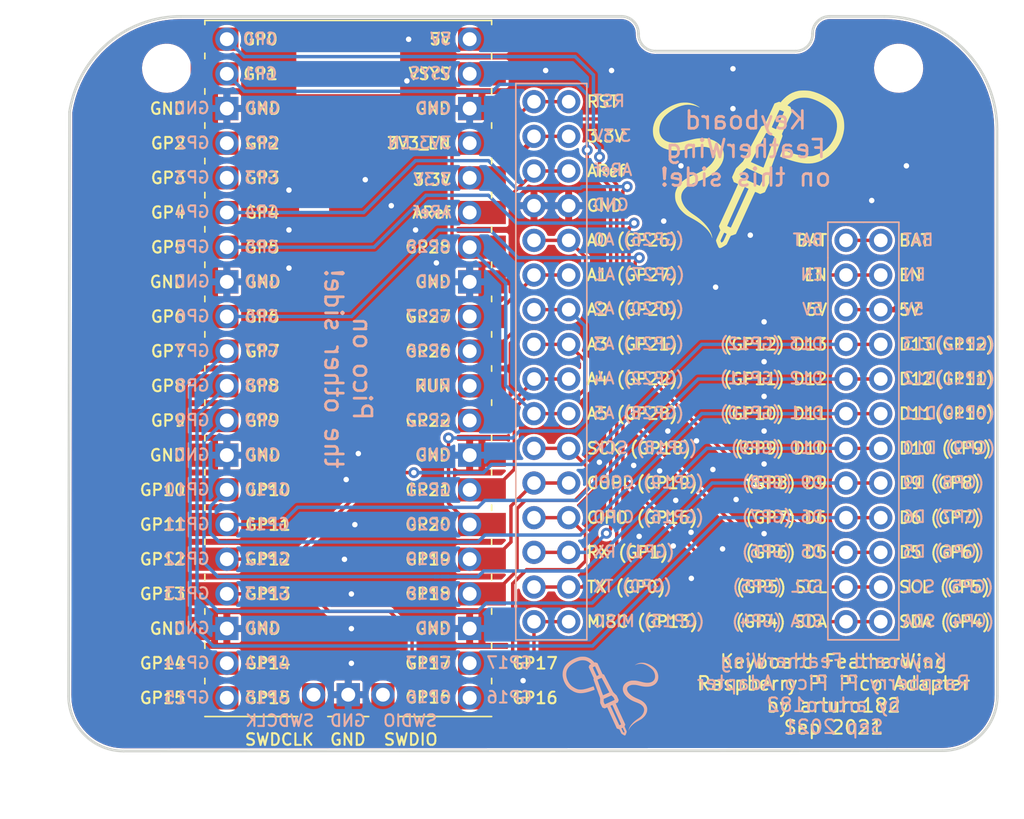
<source format=kicad_pcb>
(kicad_pcb (version 20221018) (generator pcbnew)
  (layers (0 "F.Cu" signal) (31 "B.Cu" signal) (34 "B.Paste" user) (35 "F.Paste" user) (36 "B.SilkS" user "B.Silkscreen") (37 "F.SilkS" user "F.Silkscreen") (38 "B.Mask" user) (39 "F.Mask" user) (44 "Edge.Cuts" user))
  (net 0 "")
  (net 1 "GND")
  (net 2 "+3V3")
  (net 3 "/ARef")
  (net 5 "/A0")
  (net 6 "/A1")
  (net 7 "/A2")
  (net 8 "/A3")
  (net 9 "/SCK")
  (net 10 "/A4")
  (net 11 "/A5")
  (net 12 "/COPI")
  (net 13 "/CIPO")
  (net 14 "/RX")
  (net 15 "/EN")
  (net 16 "/TX")
  (net 17 "/MISC")
  (net 18 "/D13")
  (net 19 "/D12")
  (net 20 "/D11")
  (net 21 "/D10")
  (net 22 "/D9")
  (net 23 "/D6")
  (net 24 "/D5")
  (net 25 "/SCL")
  (net 26 "/SDA")
  (net 29 "/~{RESET}")
  (net 30 "+5V")
  (net 36 "/BAT")
  (footprint "MountingHole_Extra:MountingHole_3.2mm_M3_with_paste" (layer "F.Cu") (at 165.8 50)
    (fp_text reference "REF**" hide)
    (fp_text value "MountingHole_3.2mm_M3_with_paste" hide)
  )
  (footprint "Connector_PinHeader_2.54mm:PinHeader_2x16_P2.54mm_Vertical" (layer "F.Cu") (at 139.1 52.45)
    (fp_text reference "J2" hide)
    (fp_text value "Conn_Left")
  )
  (footprint "MountingHole_Extra:MountingHole_3.2mm_M3_with_paste" (layer "F.Cu") (at 112.2 50)
    (fp_text reference "REF**" hide)
    (fp_text value "MountingHole_3.2mm_M3_with_paste" hide)
  )
  (footprint "Connector_PinHeader_2.54mm:PinHeader_2x12_P2.54mm_Vertical" (layer "F.Cu") (at 161.95 62.61)
    (fp_text reference "J3" hide)
    (fp_text value "Conn_Right")
  )
  (footprint "Symbols_Extra:SolderParty-New-Logo_15x12.7mm_SilkScreen" (layer "F.Cu") (at 155.293522 56.920288)
    (fp_text reference "G***" hide)
    (fp_text value "LOGO" hide)
  )
  (footprint "Module_Extra:RaspberryPi_Pico" (layer "F.Cu") (at 125.5 72)
    (fp_text reference "U1" hide)
    (fp_text value "RaspberryPi_Pico")
  )
  (footprint "Symbols_Extra:SolderParty-New-Logo_7.5x6.4mm_SilkScreen" (layer "B.Cu") (at 144.459739 95.758144 180)
    (fp_text reference "G***" hide)
    (fp_text value "LOGO" hide)
  )
  (gr_arc (start 145.5 46.200001) (mid 146.383883 46.566117) (end 146.749999 47.45) (stroke (width 0.2)) (layer "Edge.Cuts"))
  (gr_arc (start 105.095033 53.201396) (mid 107.875918 48.190468) (end 113.25 46.2) (stroke (width 0.2)) (layer "Edge.Cuts"))
  (gr_line (start 105.025 96) (end 105.095033 53.201396) (stroke (width 0.2)) (layer "Edge.Cuts"))
  (gr_line (start 148 48.75) (end 158.25 48.749999) (stroke (width 0.2)) (layer "Edge.Cuts"))
  (gr_arc (start 173.025 95.975) (mid 171.846105 98.821105) (end 169 100) (stroke (width 0.2)) (layer "Edge.Cuts"))
  (gr_arc (start 159.500001 47.449999) (mid 159.866117 46.566116) (end 160.75 46.2) (stroke (width 0.2)) (layer "Edge.Cuts"))
  (gr_line (start 146.749999 47.45) (end 146.749999 47.5) (stroke (width 0.2)) (layer "Edge.Cuts"))
  (gr_line (start 113.25 46.2) (end 145.5 46.200001) (stroke (width 0.2)) (layer "Edge.Cuts"))
  (gr_arc (start 159.499999 47.5) (mid 159.133883 48.383883) (end 158.25 48.749999) (stroke (width 0.2)) (layer "Edge.Cuts"))
  (gr_line (start 169 100) (end 109.05 100.025) (stroke (width 0.2)) (layer "Edge.Cuts"))
  (gr_arc (start 148 48.75) (mid 147.116117 48.383883) (end 146.75 47.5) (stroke (width 0.2)) (layer "Edge.Cuts"))
  (gr_line (start 160.75 46.2) (end 164.75 46.2) (stroke (width 0.2)) (layer "Edge.Cuts"))
  (gr_line (start 173 54.45) (end 173.025 95.975) (stroke (width 0.2)) (layer "Edge.Cuts"))
  (gr_line (start 159.499999 47.5) (end 159.500001 47.449999) (stroke (width 0.2)) (layer "Edge.Cuts"))
  (gr_arc (start 109.05 100.025) (mid 106.203895 98.846105) (end 105.025 96) (stroke (width 0.2)) (layer "Edge.Cuts"))
  (gr_arc (start 164.75 46.2) (mid 170.583631 48.616369) (end 173 54.45) (stroke (width 0.2)) (layer "Edge.Cuts"))
  (gr_text "(GP27) A1" (at 150.230952 65.1) (layer "B.SilkS") (effects (font (size 0.85 0.85)) (justify left mirror)))
  (gr_text "(GP26) A0" (at 150.180952 62.55) (layer "B.SilkS") (effects (font (size 0.85 0.85)) (justify left mirror)))
  (gr_text "D13 (GP12)" (at 152.614047 70.19) (layer "B.SilkS") (effects (font (size 0.85 0.85)) (justify right mirror)))
  (gr_text "3.3V" (at 146.295238 54.941) (layer "B.SilkS") (effects (font (size 0.85 0.85)) (justify left mirror)))
  (gr_text "GP4" (at 112.730952 60.51525) (layer "B.SilkS") (effects (font (size 0.85 0.85)) (justify right mirror)))
  (gr_text "GP3" (at 112.730952 58.00425) (layer "B.SilkS") (effects (font (size 0.85 0.85)) (justify right mirror)))
  (gr_text "(GP8) D9" (at 172.161905 80.35) (layer "B.SilkS") (effects (font (size 0.85 0.85)) (justify left mirror)))
  (gr_text "RST" (at 145.85 52.4) (layer "B.SilkS") (effects (font (size 0.85 0.85)) (justify left mirror)))
  (gr_text "GND" (at 146.133333 60) (layer "B.SilkS") (effects (font (size 0.85 0.85)) (justify left mirror)))
  (gr_text "D5 (GP6)" (at 154.233095 85.409) (layer "B.SilkS") (effects (font (size 0.85 0.85)) (justify right mirror)))
  (gr_text "GP28" (at 129.626952 63.06525) (layer "B.SilkS") (effects (font (size 0.85 0.85)) (justify right mirror)))
  (gr_text "Keyboard FeatherWing\nRaspberry Pi Pico Adapter\nby arturo182\nSep 2021" (at 161.036 95.8375) (layer "B.SilkS") (effects (font (size 1 1)) (justify mirror)))
  (gr_text "D10 (GP9)" (at 153.423571 77.809) (layer "B.SilkS") (effects (font (size 0.85 0.85)) (justify right mirror)))
  (gr_text "(GP12)" (at 172.95 70.192125) (layer "B.SilkS") (effects (font (size 0.825 0.825)) (justify left mirror)))
  (gr_text "5V" (at 167.75 67.65) (layer "B.SilkS") (effects (font (size 0.85 0.85)) (justify left mirror)))
  (gr_text "GP18" (at 129.626952 88.48425) (layer "B.SilkS") (effects (font (size 0.85 0.85)) (justify right mirror)))
  (gr_text "GP10" (at 121.319048 80.86425) (layer "B.SilkS") (effects (font (size 0.85 0.85)) (justify left mirror)))
  (gr_text "(GP10)" (at 172.95 75.211125) (layer "B.SilkS") (effects (font (size 0.825 0.825)) (justify left mirror)))
  (gr_text "GP9" (at 120.509524 75.78425) (layer "B.SilkS") (effects (font (size 0.85 0.85)) (justify left mirror)))
  (gr_text "GP8" (at 120.515524 73.24425) (layer "B.SilkS") (effects (font (size 0.85 0.85)) (justify left mirror)))
  (gr_text "D6 (GP7)" (at 154.233095 82.859) (layer "B.SilkS") (effects (font (size 0.85 0.85)) (justify right mirror)))
  (gr_text "(GP0) TX" (at 149.290476 87.95) (layer "B.SilkS") (effects (font (size 0.85 0.85)) (justify left mirror)))
  (gr_text "(GP13) MISC" (at 151.678571 90.5) (layer "B.SilkS") (effects (font (size 0.85 0.85)) (justify left mirror)))
  (gr_text "GP14" (at 111.921428 93.56425) (layer "B.SilkS") (effects (font (size 0.85 0.85)) (justify right mirror)))
  (gr_text "GP1" (at 120.388524 50.38425) (layer "B.SilkS") (effects (font (size 0.85 0.85)) (justify left mirror)))
  (gr_text "Pico on\nthe other side!" (at 125.476 72.009 -90) (layer "B.SilkS") (effects (font (size 1.3 1.3) (thickness 0.2)) (justify mirror)))
  (gr_text "GP8" (at 112.730952 73.24425) (layer "B.SilkS") (effects (font (size 0.85 0.85)) (justify right mirror)))
  (gr_text "GP5" (at 120.509524 63.08425) (layer "B.SilkS") (effects (font (size 0.85 0.85)) (justify left mirror)))
  (gr_text "ARef" (at 130.153143 60.54425) (layer "B.SilkS") (effects (font (size 0.85 0.85)) (justify right mirror)))
  (gr_text "(GP22) A4" (at 150.180952 72.721) (layer "B.SilkS") (effects (font (size 0.85 0.85)) (justify left mirror)))
  (gr_text "GP3" (at 120.509524 58.00425) (layer "B.SilkS") (effects (font (size 0.85 0.85)) (justify left mirror)))
  (gr_text "GND" (at 112.65 91.01525) (layer "B.SilkS") (effects (font (size 0.85 0.85)) (justify right mirror)))
  (gr_text "GND" (at 120.590476 65.61525) (layer "B.SilkS") (effects (font (size 0.85 0.85)) (justify left mirror)))
  (gr_text "GP22" (at 129.626952 75.78425) (layer "B.SilkS") (effects (font (size 0.85 0.85)) (justify right mirror)))
  (gr_text "(GP4) SDA" (at 172.890476 90.509) (layer "B.SilkS") (effects (font (size 0.85 0.85)) (justify left mirror)))
  (gr_text "(GP1) RX" (at 149.492857 85.421) (layer "B.SilkS") (effects (font (size 0.85 0.85)) (justify left mirror)))
  (gr_text "(GP28) A5" (at 150.180952 75.261) (layer "B.SilkS") (effects (font (size 0.85 0.85)) (justify left mirror)))
  (gr_text "GND" (at 130.355524 52.92425) (layer "B.SilkS") (effects (font (size 0.85 0.85)) (justify right mirror)))
  (gr_text "5V" (at 158.65 67.65) (layer "B.SilkS") (effects (font (size 0.85 0.85)) (justify right mirror)))
  (gr_text "(GP11)" (at 172.95 72.711125) (layer "B.SilkS") (effects (font (size 0.825 0.825)) (justify left mirror)))
  (gr_text "GP15" (at 121.319048 96.10425) (layer "B.SilkS") (effects (font (size 0.85 0.85)) (justify left mirror)))
  (gr_text "GP6" (at 112.730952 68.16425) (layer "B.SilkS") (effects (font (size 0.85 0.85)) (justify right mirror)))
  (gr_text "GND" (at 125.476 97.8) (layer "B.SilkS") (effects (font (size 0.85 0.85)) (justify mirror)))
  (gr_text "GND" (at 112.665 65.61525) (layer "B.SilkS") (effects (font (size 0.85 0.85)) (justify right mirror)))
  (gr_text "5V" (at 131.407905 47.84425) (layer "B.SilkS") (effects (font (size 0.85 0.85)) (justify right mirror)))
  (gr_text "D11 (GP10)" (at 152.614047 75.259) (layer "B.SilkS") (effects (font (size 0.85 0.85)) (justify right mirror)))
  (gr_text "GP4" (at 120.509524 60.51525) (layer "B.SilkS") (effects (font (size 0.85 0.85)) (justify left mirror)))
  (gr_text "GP13" (at 121.319048 88.48425) (layer "B.SilkS") (effects (font (size 0.85 0.85)) (justify left mirror)))
  (gr_text "GP13" (at 111.921428 88.48425) (layer "B.SilkS") (effects (font (size 0.85 0.85)) (justify right mirror)))
  (gr_text "SDA (GP4)" (at 153.504524 90.509) (layer "B.SilkS") (effects (font (size 0.85 0.85)) (justify right mirror)))
  (gr_text "(GP6) D5" (at 172.161905 85.409) (layer "B.SilkS") (effects (font (size 0.85 0.85)) (justify left mirror)))
  (gr_text "GND" (at 130.355524 91.02425) (layer "B.SilkS") (effects (font (size 0.85 0.85)) (justify right mirror)))
  (gr_text "(GP21) A3" (at 150.180952 70.181) (layer "B.SilkS") (effects (font (size 0.85 0.85)) (justify left mirror)))
  (gr_text "(GP18) SCK" (at 151.152381 77.8) (layer "B.SilkS") (effects (font (size 0.85 0.85)) (justify left mirror)))
  (gr_text "GP16" (at 139.05 96.09) (layer "B.SilkS") (effects (font (size 0.85 0.85)) (justify left mirror)))
  (gr_text "GP17" (at 139.05 93.55) (layer "B.SilkS") (effects (font (size 0.85 0.85)) (justify left mirror)))
  (gr_text "GP9" (at 112.730952 75.78425) (layer "B.SilkS") (effects (font (size 0.85 0.85)) (justify right mirror)))
  (gr_text "GP21" (at 129.626952 80.86425) (layer "B.SilkS") (effects (font (size 0.85 0.85)) (justify right mirror)))
  (gr_text "(GP19) COPI" (at 151.638095 80.341) (layer "B.SilkS") (effects (font (size 0.85 0.85)) (justify left mirror)))
  (gr_text "GP20" (at 129.626952 83.40425) (layer "B.SilkS") (effects (font (size 0.85 0.85)) (justify right mirror)))
  (gr_text "3V3_EN" (at 128.291238 55.46425) (layer "B.SilkS") (effects (font (size 0.85 0.85)) (justify right mirror)))
  (gr_text "GP7" (at 120.509524 70.70425) (layer "B.SilkS") (effects (font (size 0.85 0.85)) (justify left mirror)))
  (gr_text "(GP7) D6" (at 172.161905 82.859) (layer "B.SilkS") (effects (font (size 0.85 0.85)) (justify left mirror)))
  (gr_text "GND" (at 112.65 52.91525) (layer "B.SilkS") (effects (font (size 0.85 0.85)) (justify right mirror)))
  (gr_text "GP26" (at 129.626952 70.70425) (layer "B.SilkS") (effects (font (size 0.85 0.85)) (justify right mirror)))
  (gr_text "(GP5) SCL" (at 172.85 87.97) (layer "B.SilkS") (effects (font (size 0.85 0.85)) (justify left mirror)))
  (gr_text "VSYS" (at 129.86981 50.36525) (layer "B.SilkS") (effects (font (size 0.85 0.85)) (justify right mirror)))
  (gr_text "D12" (at 168.680953 72.709) (layer "B.SilkS") (effects (font (size 0.85 0.85)) (justify left mirror)))
  (gr_text "D13" (at 168.680953 70.19) (layer "B.SilkS") (effects (font (size 0.85 0.85)) (justify left mirror)))
  (gr_text "GP2" (at 112.730952 55.46425) (layer "B.SilkS") (effects (font (size 0.85 0.85)) (justify right mirror)))
  (gr_text "GP16" (at 129.630952 96.06525) (layer "B.SilkS") (effects (font (size 0.85 0.85)) (justify right mirror)))
  (gr_text "D12 (GP11)" (at 152.614047 72.709) (layer "B.SilkS") (effects (font (size 0.85 0.85)) (justify right mirror)))
  (gr_text "RUN" (at 130.315048 73.24425) (layer "B.SilkS") (effects (font (size 0.85 0.85)) (justify right mirror)))
  (gr_text "EN" (at 158.523571 65.109) (layer "B.SilkS") (effects (font (size 0.85 0.85)) (justify right mirror)))
  (gr_text "GP12" (at 111.921428 85.94425) (layer "B.SilkS") (effects (font (size 0.85 0.85)) (justify right mirror)))
  (gr_text "GP11" (at 111.921428 83.40425) (layer "B.SilkS") (effects (font (size 0.85 0.85)) (justify right mirror)))
  (gr_text "SCL (GP5)" (at 153.545 87.97) (layer "B.SilkS") (effects (font (size 0.85 0.85)) (justify right mirror)))
  (gr_text "GP17" (at 129.626952 93.56425) (layer "B.SilkS") (effects (font (size 0.85 0.85)) (justify right mirror)))
  (gr_text "GP5" (at 112.730952 63.08425) (layer "B.SilkS") (effects (font (size 0.85 0.85)) (justify right mirror)))
  (gr_text "GP10" (at 111.921428 80.86425) (layer "B.SilkS") (effects (font (size 0.85 0.85)) (justify right mirror)))
  (gr_text "GP19" (at 129.626952 85.94425) (layer "B.SilkS") (effects (font (size 0.85 0.85)) (justify right mirror)))
  (gr_text "GND" (at 130.355524 65.62425) (layer "B.SilkS") (effects (font (size 0.85 0.85)) (justify right mirror)))
  (gr_text "(GP9) D10" (at 172.971429 77.809) (layer "B.SilkS") (effects (font (size 0.85 0.85)) (justify left mirror)))
  (gr_text "GP27" (at 129.626952 68.16425) (layer "B.SilkS") (effects (font (size 0.85 0.85)) (justify right mirror)))
  (gr_text "GP7" (at 112.730952 70.70425) (layer "B.SilkS") (effects (font (size 0.85 0.85)) (justify right mirror)))
  (gr_text "SWDIO" (at 132.09219 97.8) (layer "B.SilkS") (effects (font (size 0.85 0.85)) (justify left mirror)))
  (gr_text "BAT" (at 157.956905 62.57) (layer "B.SilkS") (effects (font (size 0.85 0.85)) (justify right mirror)))
  (gr_text "(GP16) CIPO" (at 151.638095 82.881) (layer "B.SilkS") (effects (font (size 0.85 0.85)) (justify left mirror)))
  (gr_text "GND" (at 120.590476 52.91525) (layer "B.SilkS") (effects (font (size 0.85 0.85)) (justify left mirror)))
  (gr_text "(GP20) A2" (at 150.180952 67.6) (layer "B.SilkS") (effects (font (size 0.85 0.85)) (justify left mirror)))
  (gr_text "GP12" (at 121.319048 85.94425) (layer "B.SilkS") (effects (font (size 0.85 0.85)) (justify left mirror)))
  (gr_text "GP2" (at 120.509524 55.46425) (layer "B.SilkS") (effects (font (size 0.85 0.85)) (justify left mirror)))
  (gr_text "D9 (GP8)" (at 154.233095 80.35) (layer "B.SilkS") (effects (font (size 0.85 0.85)) (justify right mirror)))
  (gr_text "GND" (at 120.590476 78.31525) (layer "B.SilkS") (effects (font (size 0.85 0.85)) (justify left mirror)))
  (gr_text "GP14" (at 121.319048 93.56425) (layer "B.SilkS") (effects (font (size 0.85 0.85)) (justify left mirror)))
  (gr_text "GND" (at 120.590476 91.01525) (layer "B.SilkS") (effects (font (size 0.85 0.85)) (justify left mirror)))
  (gr_text "Keyboard\nFeatherWing\non this side!" (at 154.6 55.9) (layer "B.SilkS") (effects (font (size 1.3 1.3) (thickness 0.2)) (justify mirror)))
  (gr_text "GP0" (at 120.388524 47.84425) (layer "B.SilkS") (effects (font (size 0.85 0.85)) (justify left mirror)))
  (gr_text "EN" (at 167.871429 65.109) (layer "B.SilkS") (effects (font (size 0.85 0.85)) (justify left mirror)))
  (gr_text "GP11" (at 121.319048 83.40425) (layer "B.SilkS") (effects (font (size 0.85 0.85)) (justify left mirror)))
  (gr_text "GP15" (at 111.921428 96.10425) (layer "B.SilkS") (effects (font (size 0.85 0.85)) (justify right mirror)))
  (gr_text "3.3V" (at 130.193619 58.13125) (layer "B.SilkS") (effects (font (size 0.85 0.85)) (justify right mirror)))
  (gr_text "GND" (at 130.355524 78.31525) (layer "B.SilkS") (effects (font (size 0.85 0.85)) (justify right mirror)))
  (gr_text "SWDCLK" (at 117.880952 97.8) (layer "B.SilkS") (effects (font (size 0.85 0.85)) (justify right mirror)))
  (gr_text "BAT" (at 168.438095 62.57) (layer "B.SilkS") (effects (font (size 0.85 0.85)) (justify left mirror)))
  (gr_text "GND" (at 112.65 78.31525) (layer "B.SilkS") (effects (font (size 0.85 0.85)) (justify right mirror)))
  (gr_text "GP6" (at 120.509524 68.16425) (layer "B.SilkS") (effects (font (size 0.85 0.85)) (justify left mirror)))
  (gr_text "D11" (at 168.680953 75.27) (layer "B.SilkS") (effects (font (size 0.85 0.85)) (justify left mirror)))
  (gr_text "ARef" (at 146.385714 57.45) (layer "B.SilkS") (effects (font (size 0.85 0.85)) (justify left mirror)))
  (gr_text "GP27" (at 133.096 68.199) (layer "F.SilkS") (effects (font (size 0.85 0.85)) (justify right)))
  (gr_text "GND" (at 113.665 91.059) (layer "F.SilkS") (effects (font (size 0.85 0.85)) (justify right)))
  (gr_text "EN" (at 160.655 65.151) (layer "F.SilkS") (effects (font (size 0.85 0.85)) (justify right)))
  (gr_text "GP11" (at 113.665 83.439) (layer "F.SilkS") (effects (font (size 0.85 0.85)) (justify right)))
  (gr_text "GP9" (at 117.856 75.819) (layer "F.SilkS") (effects (font (size 0.85 0.85)) (justify left)))
  (gr_text "(GP12) D13" (at 160.655 70.231) (layer "F.SilkS") (effects (font (size 0.85 0.85)) (justify right)))
  (gr_text "3V3_EN" (at 133.096 55.499) (layer "F.SilkS") (effects (font (size 0.85 0.85)) (justify right)))
  (gr_text "GP16" (at 137.414 96.139) (layer "F.SilkS") (effects (font (size 0.85 0.85)) (justify left)))
  (gr_text "SCK (GP18)" (at 142.875 77.851) (layer "F.SilkS") (effects (font (size 0.85 0.85)) (justify left)))
  (gr_text "GP20" (at 133.096 83.439) (layer "F.SilkS") (effects (font (size 0.85 0.85)) (justify right)))
  (gr_text "GP10" (at 117.856 80.899) (layer "F.SilkS") (effects (font (size 0.85 0.85)) (justify left)))
  (gr_text "RUN" (at 133.096 73.279) (layer "F.SilkS") (effects (font (size 0.85 0.85)) (justify right)))
  (gr_text "5V" (at 165.735 67.691) (layer "F.SilkS") (effects (font (size 0.85 0.85)) (justify left)))
  (gr_text "GP13" (at 113.665 88.519) (layer "F.SilkS") (effects (font (size 0.85 0.85)) (justify right)))
  (gr_text "(GP5) SCL" (at 160.655 88.011) (layer "F.SilkS") (effects (font (size 0.85 0.85)) (justify right)))
  (gr_text "GP12" (at 117.856 85.979) (layer "F.SilkS") (effects (font (size 0.85 0.85)) (justify left)))
  (gr_text "GP4" (at 117.856 60.579) (layer "F.SilkS") (effects (font (size 0.85 0.85)) (justify left)))
  (gr_text "GP3" (at 113.665 58.039) (layer "F.SilkS") (effects (font (size 0.85 0.85)) (justify right)))
  (gr_text "D9 (GP8)" (at 165.735 80.391) (layer "F.SilkS") (effects (font (size 0.85 0.85)) (justify left)))
  (gr_text "D12" (at 165.735 72.771) (layer "F.SilkS") (effects (font (size 0.85 0.85)) (justify left)))
  (gr_text "GP26" (at 133.096 70.739) (layer "F.SilkS") (effects (font (size 0.85 0.85)) (justify right)))
  (gr_text "(GP10)" (at 168.35 75.3) (layer "F.SilkS") (effects (font (size 0.825 0.825)) (justify left)))
  (gr_text "COPI (GP19)" (at 142.875 80.391) (layer "F.SilkS") (effects (font (size 0.85 0.85)) (justify left)))
  (gr_text "GP4" (at 113.665 60.579) (layer "F.SilkS") (effects (font (size 0.85 0.85)) (justify right)))
  (gr_text "GP16" (at 133.1 96.1) (layer "F.SilkS") (effects (font (size 0.85 0.85)) (justify right)))
  (gr_text "(GP11)" (at 168.35 72.771) (layer "F.SilkS") (effects (font (size 0.825 0.825)) (justify left)))
  (gr_text "(GP4) SDA" (at 160.655 90.551) (layer "F.SilkS") (effects (font (size 0.85 0.85)) (justify right)))
  (gr_text "GP6" (at 113.665 68.199) (layer "F.SilkS") (effects (font (size 0.85 0.85)) (justify right)))
  (gr_text "5V" (at 133.096 47.879) (layer "F.SilkS") (effects (font (size 0.85 0.85)) (justify right)))
  (gr_text "GP9" (at 113.665 75.819) (layer "F.SilkS") (effects (font (size 0.85 0.85)) (justify right)))
  (gr_text "A0 (GP26)" (at 142.875 62.611) (layer "F.SilkS") (effects (font (size 0.85 0.85)) (justify left)))
  (gr_text "GP1" (at 117.729 50.419) (layer "F.SilkS") (effects (font (size 0.85 0.85)) (justify left)))
  (gr_text "GP28" (at 133.096 63.119) (layer "F.SilkS") (effects (font (size 0.85 0.85)) (justify right)))
  (gr_text "GND" (at 113.665 52.959) (layer "F.SilkS") (effects (font (size 0.85 0.85)) (justify right)))
  (gr_text "GP2" (at 117.856 55.499) (layer "F.SilkS") (effects (font (size 0.85 0.85)) (justify left)))
  (gr_text "(GP6) D5" (at 160.655 85.471) (layer "F.SilkS") (effects (font (size 0.85 0.85)) (justify right)))
  (gr_text "ARef" (at 142.9 57.531) (layer "F.SilkS") (effects (font (size 0.85 0.85)) (justify left)))
  (gr_text "GP7" (at 117.856 70.739) (layer "F.SilkS") (effects (font (size 0.85 0.85)) (justify left)))
  (gr_text "GND" (at 142.875 60.071) (layer "F.SilkS") (effects (font (size 0.85 0.85)) (justify left)))
  (gr_text "GP2" (at 113.665 55.499) (layer "F.SilkS") (effects (font (size 0.85 0.85)) (justify right)))
  (gr_text "GND" (at 117.856 52.959) (layer "F.SilkS") (effects (font (size 0.85 0.85)) (justify left)))
  (gr_text "GND" (at 117.856 91.059) (layer "F.SilkS") (effects (font (size 0.85 0.85)) (justify left)))
  (gr_text "GP5" (at 117.856 63.119) (layer "F.SilkS") (effects (font (size 0.85 0.85)) (justify left)))
  (gr_text "3.3V" (at 142.875 54.991) (layer "F.SilkS") (effects (font (size 0.85 0.85)) (justify left)))
  (gr_text "GP13" (at 117.856 88.519) (layer "F.SilkS") (effects (font (size 0.85 0.85)) (justify left)))
  (gr_text "GND" (at 133.096 52.959) (layer "F.SilkS") (effects (font (size 0.85 0.85)) (justify right)))
  (gr_text "BAT" (at 165.735 62.611) (layer "F.SilkS") (effects (font (size 0.85 0.85)) (justify left)))
  (gr_text "GP19" (at 133.096 85.979) (layer "F.SilkS") (effects (font (size 0.85 0.85)) (justify right)))
  (gr_text "A4 (GP22)" (at 142.875 72.771) (layer "F.SilkS") (effects (font (size 0.85 0.85)) (justify left)))
  (gr_text "SWDIO" (at 128.016 99.187) (layer "F.SilkS") (effects (font (size 0.85 0.85)) (justify left)))
  (gr_text "GP8" (at 117.856 73.279) (layer "F.SilkS") (effects (font (size 0.85 0.85)) (justify left)))
  (gr_text "RX (GP1)" (at 142.875 85.471) (layer "F.SilkS") (effects (font (size 0.85 0.85)) (justify left)))
  (gr_text "EN" (at 165.735 65.151) (layer "F.SilkS") (effects (font (size 0.85 0.85)) (justify left)))
  (gr_text "SCL (GP5)" (at 165.735 88.011) (layer "F.SilkS") (effects (font (size 0.85 0.85)) (justify left)))
  (gr_text "GP10" (at 113.665 80.899) (layer "F.SilkS") (effects (font (size 0.85 0.85)) (justify right)))
  (gr_text "(GP9) D10" (at 160.655 77.851) (layer "F.SilkS") (effects (font (size 0.85 0.85)) (justify right)))
  (gr_text "GND" (at 133.096 78.359) (layer "F.SilkS") (effects (font (size 0.85 0.85)) (justify right)))
  (gr_text "GP17" (at 133.096 93.599) (layer "F.SilkS") (effects (font (size 0.85 0.85)) (justify right)))
  (gr_text "GP11" (at 117.856 83.439) (layer "F.SilkS") (effects (font (size 0.85 0.85)) (justify left)))
  (gr_text "D10 (GP9)" (at 165.735 77.851) (layer "F.SilkS") (effects (font (size 0.85 0.85)) (justify left)))
  (gr_text "GP3" (at 117.856 58.039) (layer "F.SilkS") (effects (font (size 0.85 0.85)) (justify left)))
  (gr_text "GP7" (at 113.665 70.739) (layer "F.SilkS") (effects (font (size 0.85 0.85)) (justify right)))
  (gr_text "(GP7) D6" (at 160.655 82.931) (layer "F.SilkS") (effects (font (size 0.85 0.85)) (justify right)))
  (gr_text "A5 (GP28)" (at 142.875 75.311) (layer "F.SilkS") (effects (font (size 0.85 0.85)) (justify left)))
  (gr_text "SDA (GP4)" (at 165.735 90.551) (layer "F.SilkS") (effects (font (size 0.85 0.85)) (justify left)))
  (gr_text "D11" (at 165.735 75.311) (layer "F.SilkS") (effects (font (size 0.85 0.85)) (justify left)))
  (gr_text "(GP8) D9" (at 160.655 80.391) (layer "F.SilkS") (effects (font (size 0.85 0.85)) (justify right)))
  (gr_text "GND" (at 133.096 91.059) (layer "F.SilkS") (effects (font (size 0.85 0.85)) (justify right)))
  (gr_text "SWDCLK" (at 123.063 99.187) (layer "F.SilkS") (effects (font (size 0.85 0.85)) (justify right)))
  (gr_text "D6 (GP7)" (at 165.735 82.931) (layer "F.SilkS") (effects (font (size 0.85 0.85)) (justify left)))
  (gr_text "GP14" (at 113.665 93.599) (layer "F.SilkS") (effects (font (size 0.85 0.85)) (justify right)))
  (gr_text "BAT" (at 160.655 62.611) (layer "F.SilkS") (effects (font (size 0.85 0.85)) (justify right)))
  (gr_text "GND" (at 133.096 65.659) (layer "F.SilkS") (effects (font (size 0.85 0.85)) (justify right)))
  (gr_text "GP15" (at 113.665 96.139) (layer "F.SilkS") (effects (font (size 0.85 0.85)) (justify right)))
  (gr_text "GND" (at 113.665 65.659) (layer "F.SilkS") (effects (font (size 0.85 0.85)) (justify right)))
  (gr_text "A3 (GP21)" (at 142.875 70.231) (layer "F.SilkS") (effects (font (size 0.85 0.85)) (justify left)))
  (gr_text "D13" (at 165.735 70.231) (layer "F.SilkS") (effects (font (size 0.85 0.85)) (justify left)))
  (gr_text "CIPO (GP16)" (at 142.875 82.931) (layer "F.SilkS") (effects (font (size 0.85 0.85)) (justify left)))
  (gr_text "A2 (GP20)" (at 142.875 67.691) (layer "F.SilkS") (effects (font (size 0.85 0.85)) (justify left)))
  (gr_text "GP14" (at 117.856 93.599) (layer "F.SilkS") (effects (font (size 0.85 0.85)) (justify left)))
  (gr_text "GP8" (at 113.665 73.279) (layer "F.SilkS") (effects (font (size 0.85 0.85)) (justify right)))
  (gr_text "GP6" (at 117.856 68.199) (layer "F.SilkS") (effects (font (size 0.85 0.85)) (justify left)))
  (gr_text "Keyboard FeatherWing\nRaspberry Pi Pico Adapter\nby arturo182\nSep 2021" (at 161.036 95.885) (layer "F.SilkS") (effects (font (size 1 1))))
  (gr_text "GP22" (at 133.096 75.819) (layer "F.SilkS") (effects (font (size 0.85 0.85)) (justify right)))
  (gr_text "GP21" (at 133.096 80.899) (layer "F.SilkS") (effects (font (size 0.85 0.85)) (justify right)))
  (gr_text "GND" (at 113.665 78.359) (layer "F.SilkS") (effects (font (size 0.85 0.85)) (justify right)))
  (gr_text "VSYS" (at 133.096 50.419) (layer "F.SilkS") (effects (font (size 0.85 0.85)) (justify right)))
  (gr_text "(GP11) D12" (at 160.655 72.771) (layer "F.SilkS") (effects (font (size 0.85 0.85)) (justify right)))
  (gr_text "ARef" (at 133.096 60.579) (layer "F.SilkS") (effects (font (size 0.85 0.85)) (justify right)))
  (gr_text "TX (GP0)" (at 142.875 88.011) (layer "F.SilkS") (effects (font (size 0.85 0.85)) (justify left)))
  (gr_text "GP18" (at 133.096 88.519) (layer "F.SilkS") (effects (font (size 0.85 0.85)) (justify right)))
  (gr_text "D5 (GP6)" (at 165.735 85.471) (layer "F.SilkS") (effects (font (size 0.85 0.85)) (justify left)))
  (gr_text "3.3V" (at 133.096 58.166) (layer "F.SilkS") (effects (font (size 0.85 0.85)) (justify right)))
  (gr_text "GND" (at 117.856 65.659) (layer "F.SilkS") (effects (font (size 0.85 0.85)) (justify left)))
  (gr_text "(GP12)" (at 168.35 70.231) (layer "F.SilkS") (effects (font (size 0.825 0.825)) (justify left)))
  (gr_text "GP0" (at 117.729 47.879) (layer "F.SilkS") (effects (font (size 0.85 0.85)) (justify left)))
  (gr_text "GP5" (at 113.665 63.119) (layer "F.SilkS") (effects (font (size 0.85 0.85)) (justify right)))
  (gr_text "A1 (GP27)" (at 142.875 65.151) (layer "F.SilkS") (effects (font (size 0.85 0.85)) (justify left)))
  (gr_text "RST" (at 142.875 52.451) (layer "F.SilkS") (effects (font (size 0.85 0.85)) (justify left)))
  (gr_text "GP15" (at 117.856 96.139) (layer "F.SilkS") (effects (font (size 0.85 0.85)) (justify left)))
  (gr_text "GP12" (at 113.665 85.979) (layer "F.SilkS") (effects (font (size 0.85 0.85)) (justify right)))
  (gr_text "(GP10) D11" (at 160.655 75.311) (layer "F.SilkS") (effects (font (size 0.85 0.85)) (justify right)))
  (gr_text "GND" (at 125.476 99.187) (layer "F.SilkS") (effects (font (size 0.85 0.85))))
  (gr_text "5V" (at 160.655 67.691) (layer "F.SilkS") (effects (font (size 0.85 0.85)) (justify right)))
  (gr_text "GND" (at 117.856 78.359) (layer "F.SilkS") (effects (font (size 0.85 0.85)) (justify left)))
  (gr_text "GP17" (at 137.414 93.599) (layer "F.SilkS") (effects (font (size 0.85 0.85)) (justify left)))
  (gr_text "MISC (GP13)" (at 142.875 90.551) (layer "F.SilkS") (effects (font (size 0.85 0.85)) (justify left)))
  (via (at 126.238 78.232) (size 0.8) (drill 0.4) (layers "F.Cu" "B.Cu") (net 1))
  (via (at 125.222 85.979) (size 0.8) (drill 0.4) (layers "F.Cu" "B.Cu") (net 1))
  (via (at 125.73 91.059) (size 0.8) (drill 0.4) (layers "F.Cu" "B.Cu") (net 1))
  (via (at 148.3 79.5) (size 0.8) (drill 0.4) (layers "F.Cu" "B.Cu") (net 1))
  (via (at 152.4 66.04) (size 0.8) (drill 0.4) (layers "F.Cu" "B.Cu") (net 1))
  (via (at 149.3 85) (size 0.8) (drill 0.4) (layers "F.Cu" "B.Cu") (net 1))
  (via (at 163.83 59.69) (size 0.8) (drill 0.4) (layers "F.Cu" "B.Cu") (net 1))
  (via (at 148.9 76.581) (size 0.8) (drill 0.4) (layers "F.Cu" "B.Cu") (net 1))
  (via (at 155.95 68.58) (size 0.8) (drill 0.4) (layers "F.Cu" "B.Cu") (net 1))
  (via (at 146.4 79.1) (size 0.8) (drill 0.4) (layers "F.Cu" "B.Cu") (net 1))
  (via (at 125.349 80.137) (size 0.8) (drill 0.4) (layers "F.Cu" "B.Cu") (net 1))
  (via (at 152.2 79.4) (size 0.8) (drill 0.4) (layers "F.Cu" "B.Cu") (net 1))
  (via (at 139.954 50.165) (size 0.8) (drill 0.4) (layers "F.Cu" "B.Cu") (net 1))
  (via (at 125.73 93.599) (size 0.8) (drill 0.4) (layers "F.Cu" "B.Cu") (net 1))
  (via (at 154.94 62.23) (size 0.8) (drill 0.4) (layers "F.Cu" "B.Cu") (net 1))
  (via (at 155.95 71.5) (size 0.8) (drill 0.4) (layers "F.Cu" "B.Cu") (net 1))
  (via (at 129.794 50.927) (size 0.8) (drill 0.4) (layers "F.Cu" "B.Cu") (net 1))
  (via (at 152.908 85.217) (size 0.8) (drill 0.4) (layers "F.Cu" "B.Cu") (net 1))
  (via (at 126.746 58.166) (size 0.8) (drill 0.4) (layers "F.Cu" "B.Cu") (net 1))
  (via (at 125.73 88.519) (size 0.8) (drill 0.4) (layers "F.Cu" "B.Cu") (net 1))
  (via (at 130.429 61.849) (size 0.8) (drill 0.4) (layers "F.Cu" "B.Cu") (net 1))
  (via (at 149.86 57.15) (size 0.8) (drill 0.4) (layers "F.Cu" "B.Cu") (net 1))
  (via (at 155.95 78.994) (size 0.8) (drill 0.4) (layers "F.Cu" "B.Cu") (net 1))
  (via (at 146.8 84.3) (size 0.8) (drill 0.4) (layers "F.Cu" "B.Cu") (net 1))
  (via (at 150.622 87.376) (size 0.8) (drill 0.4) (layers "F.Cu" "B.Cu") (net 1))
  (via (at 128.651 60.071) (size 0.8) (drill 0.4) (layers "F.Cu" "B.Cu") (net 1))
  (via (at 155.95 74.041) (size 0.8) (drill 0.4) (layers "F.Cu" "B.Cu") (net 1))
  (via (at 166.37 57.15) (size 0.8) (drill 0.4) (layers "F.Cu" "B.Cu") (net 1))
  (via (at 138.303 94.869) (size 0.8) (drill 0.4) (layers "F.Cu" "B.Cu") (net 1))
  (via (at 121.158 58.928) (size 0.8) (drill 0.4) (layers "F.Cu" "B.Cu") (net 1))
  (via (at 121.158 64.643) (size 0.8) (drill 0.4) (layers "F.Cu" "B.Cu") (net 1))
  (via (at 155.95 76.581) (size 0.8) (drill 0.4) (layers "F.Cu" "B.Cu") (net 1))
  (via (at 129.921 47.879) (size 0.8) (drill 0.4) (layers "F.Cu" "B.Cu") (net 1))
  (via (at 131.953 64.262) (size 0.8) (drill 0.4) (layers "F.Cu" "B.Cu") (net 1))
  (via (at 125.984 83.439) (size 0.8) (drill 0.4) (layers "F.Cu" "B.Cu") (net 1))
  (via (at 144.78 50.165) (size 0.8) (drill 0.4) (layers "F.Cu" "B.Cu") (net 1))
  (via (at 153.9 81.6) (size 0.8) (drill 0.4) (layers "F.Cu" "B.Cu") (net 1))
  (via (at 153.67 50.038) (size 0.8) (drill 0.4) (layers "F.Cu" "B.Cu") (net 1))
  (via (at 149.479 81.661) (size 0.8) (drill 0.4) (layers "F.Cu" "B.Cu") (net 1))
  (via (at 121.158 61.849) (size 0.8) (drill 0.4) (layers "F.Cu" "B.Cu") (net 1))
  (via (at 153.67 52.959) (size 0.8) (drill 0.4) (layers "F.Cu" "B.Cu") (net 1))
  (via (at 148.6 61.2) (size 0.8) (drill 0.4) (layers "F.Cu" "B.Cu") (net 1))
  (via (at 155.95 84.1) (size 0.8) (drill 0.4) (layers "F.Cu" "B.Cu") (net 1))
  (via (at 150.6 84) (size 0.8) (drill 0.4) (layers "F.Cu" "B.Cu") (net 1))
  (via (at 151 77.3) (size 0.8) (drill 0.4) (layers "F.Cu" "B.Cu") (net 1))
  (via (at 143.891 78.867) (size 0.8) (drill 0.4) (layers "F.Cu" "B.Cu") (net 1))
  (segment (start 139.1 54.99) (end 141.64 54.99) (width 0.25) (layer "F.Cu") (net 2))
  (segment (start 134.39 58.03) (end 136.28 58.03) (width 0.4) (layer "F.Cu") (net 2))
  (segment (start 139.1 55.21) (end 139.1 54.99) (width 0.4) (layer "F.Cu") (net 2))
  (segment (start 136.28 58.03) (end 139.1 55.21) (width 0.4) (layer "F.Cu") (net 2))
  (segment (start 139.1 57.53) (end 141.64 57.53) (width 0.25) (layer "F.Cu") (net 3))
  (segment (start 134.39 60.57) (end 136.153 60.57) (width 0.25) (layer "F.Cu") (net 3))
  (segment (start 136.153 60.57) (end 139.1 57.623) (width 0.25) (layer "F.Cu") (net 3))
  (segment (start 139.1 57.623) (end 139.1 57.53) (width 0.25) (layer "F.Cu") (net 3))
  (segment (start 137.541 69.342) (end 137.541 67.455424) (width 0.25) (layer "F.Cu") (net 5))
  (segment (start 137.795 67.201424) (end 137.795 67.183) (width 0.25) (layer "F.Cu") (net 5))
  (segment (start 136.153 70.73) (end 137.541 69.342) (width 0.25) (layer "F.Cu") (net 5))
  (segment (start 137.795 67.183) (end 138.557 66.421) (width 0.25) (layer "F.Cu") (net 5))
  (segment (start 139.1 62.61) (end 141.64 62.61) (width 0.25) (layer "F.Cu") (net 5))
  (segment (start 137.541 67.455424) (end 137.795 67.201424) (width 0.25) (layer "F.Cu") (net 5))
  (segment (start 138.557 66.421) (end 142.24 66.421) (width 0.25) (layer "F.Cu") (net 5))
  (segment (start 142.875 63.845) (end 141.64 62.61) (width 0.25) (layer "F.Cu") (net 5))
  (segment (start 142.24 66.421) (end 142.875 65.786) (width 0.25) (layer "F.Cu") (net 5))
  (segment (start 134.39 70.73) (end 136.153 70.73) (width 0.25) (layer "F.Cu") (net 5))
  (segment (start 142.875 65.786) (end 142.875 63.845) (width 0.25) (layer "F.Cu") (net 5))
  (segment (start 139.1 65.26) (end 138.38902 65.97098) (width 0.25) (layer "F.Cu") (net 6))
  (segment (start 139.1 65.15) (end 139.1 65.26) (width 0.25) (layer "F.Cu") (net 6))
  (segment (start 136.17 68.19) (end 134.39 68.19) (width 0.25) (layer "F.Cu") (net 6))
  (segment (start 137.34498 66.996596) (end 137.34498 67.01502) (width 0.25) (layer "F.Cu") (net 6))
  (segment (start 138.370596 65.97098) (end 137.34498 66.996596) (width 0.25) (layer "F.Cu") (net 6))
  (segment (start 138.38902 65.97098) (end 138.370596 65.97098) (width 0.25) (layer "F.Cu") (net 6))
  (segment (start 137.34498 67.01502) (end 136.17 68.19) (width 0.25) (layer "F.Cu") (net 6))
  (segment (start 139.1 65.15) (end 141.64 65.15) (width 0.25) (layer "F.Cu") (net 6))
  (segment (start 132.842 81.882) (end 132.842 80.645) (width 0.25) (layer "F.Cu") (net 7))
  (segment (start 132.842 80.645) (end 132.842 77.089) (width 0.25) (layer "F.Cu") (net 7))
  (segment (start 134.39 83.43) (end 132.842 81.882) (width 0.25) (layer "F.Cu") (net 7))
  (segment (start 139.1 67.69) (end 141.64 67.69) (width 0.25) (layer "F.Cu") (net 7))
  (via (at 132.842 77.089) (size 0.8) (drill 0.4) (layers "F.Cu" "B.Cu") (net 7))
  (segment (start 142.815011 68.865011) (end 142.815011 75.874006) (width 0.25) (layer "B.Cu") (net 7))
  (segment (start 138.049 76.581) (end 137.541 77.089) (width 0.25) (layer "B.Cu") (net 7))
  (segment (start 134.39 83.43) (end 134.39 83.171005) (width 0.25) (layer "B.Cu") (net 7))
  (segment (start 142.108017 76.581) (end 138.938 76.581) (width 0.25) (layer "B.Cu") (net 7))
  (segment (start 142.108017 76.581) (end 138.049 76.581) (width 0.25) (layer "B.Cu") (net 7))
  (segment (start 142.815011 75.874006) (end 142.108017 76.581) (width 0.25) (layer "B.Cu") (net 7))
  (segment (start 137.541 77.089) (end 132.842 77.089) (width 0.25) (layer "B.Cu") (net 7))
  (segment (start 141.64 67.69) (end 142.815011 68.865011) (width 0.25) (layer "B.Cu") (net 7))
  (segment (start 139.1 70.23) (end 141.64 70.23) (width 0.25) (layer "F.Cu") (net 8))
  (segment (start 138.575424 74.041) (end 137.668 74.948424) (width 0.25) (layer "F.Cu") (net 8))
  (segment (start 137.668 79.375) (end 136.153 80.89) (width 0.25) (layer "F.Cu") (net 8))
  (segment (start 142.875 73.4695) (end 142.3035 74.041) (width 0.25) (layer "F.Cu") (net 8))
  (segment (start 141.64 70.23) (end 142.875 71.465) (width 0.25) (layer "F.Cu") (net 8))
  (segment (start 137.668 74.948424) (end 137.668 77.343) (width 0.25) (layer "F.Cu") (net 8))
  (segment (start 136.153 80.89) (end 134.39 80.89) (width 0.25) (layer "F.Cu") (net 8))
  (segment (start 142.3035 74.041) (end 138.575424 74.041) (width 0.25) (layer "F.Cu") (net 8))
  (segment (start 142.875 71.465) (end 142.875 73.4695) (width 0.25) (layer "F.Cu") (net 8))
  (segment (start 137.668 74.948424) (end 137.668 79.375) (width 0.25) (layer "F.Cu") (net 8))
  (segment (start 134.39 88.51) (end 136.153 88.51) (width 0.25) (layer "F.Cu") (net 9))
  (segment (start 139.1 77.85) (end 141.64 77.85) (width 0.25) (layer "F.Cu") (net 9))
  (segment (start 143.129 79.339) (end 141.64 77.85) (width 0.25) (layer "F.Cu") (net 9))
  (segment (start 143.129 80.640017) (end 143.129 79.339) (width 0.25) (layer "F.Cu") (net 9))
  (segment (start 137.86402 86.79898) (end 137.86402 82.262404) (width 0.25) (layer "F.Cu") (net 9))
  (segment (start 136.153 88.51) (end 137.86402 86.79898) (width 0.25) (layer "F.Cu") (net 9))
  (segment (start 137.86402 82.262404) (end 138.465424 81.661) (width 0.25) (layer "F.Cu") (net 9))
  (segment (start 138.465424 81.661) (end 142.108017 81.661) (width 0.25) (layer "F.Cu") (net 9))
  (segment (start 142.108017 81.661) (end 143.129 80.640017) (width 0.25) (layer "F.Cu") (net 9))
  (segment (start 139.1 72.88) (end 139.1 72.77) (width 0.25) (layer "F.Cu") (net 10))
  (segment (start 134.39 75.81) (end 136.17 75.81) (width 0.25) (layer "F.Cu") (net 10))
  (segment (start 139.1 72.77) (end 141.64 72.77) (width 0.25) (layer "F.Cu") (net 10))
  (segment (start 136.17 75.81) (end 139.1 72.88) (width 0.25) (layer "F.Cu") (net 10))
  (segment (start 139.1 75.31) (end 141.64 75.31) (width 0.25) (layer "F.Cu") (net 11))
  (segment (start 139.1 75.31) (end 137.033 73.243) (width 0.25) (layer "B.Cu") (net 11))
  (segment (start 137.033 73.243) (end 137.033 65.753) (width 0.25) (layer "B.Cu") (net 11))
  (segment (start 137.033 65.753) (end 134.39 63.11) (width 0.25) (layer "B.Cu") (net 11))
  (segment (start 134.39 85.97) (end 136.153 85.97) (width 0.25) (layer "F.Cu") (net 12))
  (segment (start 137.414 82.076) (end 139.1 80.39) (width 0.25) (layer "F.Cu") (net 12))
  (segment (start 136.153 85.97) (end 137.414 84.709) (width 0.25) (layer "F.Cu") (net 12))
  (segment (start 137.414 84.709) (end 137.414 82.076) (width 0.25) (layer "F.Cu") (net 12))
  (segment (start 139.1 80.39) (end 141.64 80.39) (width 0.25) (layer "F.Cu") (net 12))
  (segment (start 137.541 87.758424) (end 138.31404 86.985384) (width 0.25) (layer "F.Cu") (net 13))
  (segment (start 139.1 82.93) (end 141.64 82.93) (width 0.25) (layer "F.Cu") (net 13))
  (segment (start 137.541 94.742) (end 137.541 87.758424) (width 0.25) (layer "F.Cu") (net 13))
  (segment (start 138.31404 86.98396) (end 138.557 86.741) (width 0.25) (layer "F.Cu") (net 13))
  (segment (start 134.39 96.13) (end 136.153 96.13) (width 0.25) (layer "F.Cu") (net 13))
  (segment (start 136.153 96.13) (end 137.541 94.742) (width 0.25) (layer "F.Cu") (net 13))
  (segment (start 138.557 86.741) (end 142.24 86.741) (width 0.25) (layer "F.Cu") (net 13))
  (segment (start 142.875 86.106) (end 142.875 84.165) (width 0.25) (layer "F.Cu") (net 13))
  (segment (start 142.875 84.165) (end 141.64 82.93) (width 0.25) (layer "F.Cu") (net 13))
  (segment (start 142.24 86.741) (end 142.875 86.106) (width 0.25) (layer "F.Cu") (net 13))
  (segment (start 138.31404 86.985384) (end 138.31404 86.98396) (width 0.25) (layer "F.Cu") (net 13))
  (segment (start 144.71098 58.71098) (end 144.71098 59.74798) (width 0.25) (layer "F.Cu") (net 14))
  (segment (start 144.71098 62.28798) (end 144.71098 59.74798) (width 0.25) (layer "F.Cu") (net 14))
  (segment (start 144.71098 83.76202) (end 144.71098 59.74798) (width 0.25) (layer "F.Cu") (net 14))
  (segment (start 143 56) (end 143 57) (width 0.25) (layer "F.Cu") (net 14))
  (segment (start 144.399 84.074) (end 144.71098 83.76202) (width 0.25) (layer "F.Cu") (net 14))
  (segment (start 143 57) (end 144.71098 58.71098) (width 0.25) (layer "F.Cu") (net 14))
  (segment (start 139.1 85.47) (end 141.64 85.47) (width 0.25) (layer "F.Cu") (net 14))
  (via (at 143 56) (size 0.8) (drill 0.4) (layers "F.Cu" "B.Cu") (net 14))
  (via (at 144.399 84.074) (size 0.8) (drill 0.4) (layers "F.Cu" "B.Cu") (net 14))
  (segment (start 136.576509 51.181) (end 136.068509 51.689) (width 0.25) (layer "B.Cu") (net 14))
  (segment (start 143.003 85.47) (end 141.64 85.47) (width 0.25) (layer "B.Cu") (net 14))
  (segment (start 117.889 51.689) (end 116.61 50.41) (width 0.25) (layer "B.Cu") (net 14))
  (segment (start 142.24 51.181) (end 136.576509 51.181) (width 0.25) (layer "B.Cu") (net 14))
  (segment (start 144.399 84.074) (end 143.003 85.47) (width 0.25) (layer "B.Cu") (net 14))
  (segment (start 143.002 56.098) (end 143.002 51.943) (width 0.25) (layer "B.Cu") (net 14))
  (segment (start 143 56) (end 143.002 56.098) (width 0.25) (layer "B.Cu") (net 14))
  (segment (start 136.068509 51.689) (end 117.889 51.689) (width 0.25) (layer "B.Cu") (net 14))
  (segment (start 143 56) (end 143.002 56.102) (width 0.25) (layer "B.Cu") (net 14))
  (segment (start 143.002 51.943) (end 142.24 51.181) (width 0.25) (layer "B.Cu") (net 14))
  (segment (start 155.447 65.15) (end 144.018 53.721) (width 0.25) (layer "F.Cu") (net 15))
  (segment (start 138.557 53.721) (end 136.788 55.49) (width 0.25) (layer "F.Cu") (net 15))
  (segment (start 144.018 53.721) (end 138.557 53.721) (width 0.25) (layer "F.Cu") (net 15))
  (segment (start 136.788 55.49) (end 134.39 55.49) (width 0.25) (layer "F.Cu") (net 15))
  (segment (start 164.49 65.15) (end 161.95 65.15) (width 0.25) (layer "F.Cu") (net 15))
  (segment (start 161.95 65.15) (end 155.447 65.15) (width 0.25) (layer "F.Cu") (net 15))
  (segment (start 143.9 56.5) (end 143.9 57.263576) (width 0.25) (layer "F.Cu") (net 16))
  (segment (start 143.9 57.263576) (end 145.161 58.524576) (width 0.25) (layer "F.Cu") (net 16))
  (segment (start 142.631306 88.01) (end 141.64 88.01) (width 0.25) (layer "F.Cu") (net 16))
  (segment (start 145.161 58.524576) (end 145.161 85.480306) (width 0.25) (layer "F.Cu") (net 16))
  (segment (start 139.1 88.01) (end 141.64 88.01) (width 0.25) (layer "F.Cu") (net 16))
  (segment (start 145.161 85.480306) (end 142.631306 88.01) (width 0.25) (layer "F.Cu") (net 16))
  (via (at 143.9 56.5) (size 0.8) (drill 0.4) (layers "F.Cu" "B.Cu") (net 16))
  (segment (start 143.45202 55.35202) (end 143.45202 50.48802) (width 0.25) (layer "B.Cu") (net 16))
  (segment (start 143.45202 50.48802) (end 142.113 49.149) (width 0.25) (layer "B.Cu") (net 16))
  (segment (start 143.9 55.8) (end 143.45202 55.35202) (width 0.25) (layer "B.Cu") (net 16))
  (segment (start 142.113 49.149) (end 117.889 49.149) (width 0.25) (layer "B.Cu") (net 16))
  (segment (start 143.9 56.5) (end 143.9 55.8) (width 0.25) (layer "B.Cu") (net 16))
  (segment (start 117.889 49.149) (end 116.61 47.87) (width 0.25) (layer "B.Cu") (net 16))
  (segment (start 139.1 90.55) (end 141.64 90.55) (width 0.25) (layer "F.Cu") (net 17))
  (segment (start 122.8 88.51) (end 116.61 88.51) (width 0.25) (layer "F.Cu") (net 17))
  (segment (start 130.175 91.44) (end 128.524 89.789) (width 0.25) (layer "F.Cu") (net 17))
  (segment (start 128.524 89.789) (end 124.079 89.789) (width 0.25) (layer "F.Cu") (net 17))
  (segment (start 139.1 96.485) (end 137.287 98.298) (width 0.25) (layer "F.Cu") (net 17))
  (segment (start 139.1 90.55) (end 139.1 96.485) (width 0.25) (layer "F.Cu") (net 17))
  (segment (start 130.175 95.758) (end 130.175 91.44) (width 0.25) (layer "F.Cu") (net 17))
  (segment (start 137.287 98.298) (end 132.715 98.298) (width 0.25) (layer "F.Cu") (net 17))
  (segment (start 124.079 89.789) (end 122.8 88.51) (width 0.25) (layer "F.Cu") (net 17))
  (segment (start 132.715 98.298) (end 130.175 95.758) (width 0.25) (layer "F.Cu") (net 17))
  (segment (start 127.762 79.629) (end 129.794 79.629) (width 0.25) (layer "F.Cu") (net 18))
  (segment (start 129.794 79.629) (end 130.302 79.629) (width 0.25) (layer "F.Cu") (net 18))
  (segment (start 161.95 70.23) (end 164.49 70.23) (width 0.25) (layer "F.Cu") (net 18))
  (segment (start 116.61 85.97) (end 121.421 85.97) (width 0.25) (layer "F.Cu") (net 18))
  (segment (start 121.421 85.97) (end 127.762 79.629) (width 0.25) (layer "F.Cu") (net 18))
  (via (at 130.302 79.629) (size 0.8) (drill 0.4) (layers "F.Cu" "B.Cu") (net 18))
  (segment (start 142.589989 79.025011) (end 151.385 70.23) (width 0.25) (layer "B.Cu") (net 18))
  (segment (start 130.302 79.629) (end 135.39602 79.629) (width 0.25) (layer "B.Cu") (net 18))
  (segment (start 151.385 70.23) (end 161.95 70.23) (width 0.25) (layer "B.Cu") (net 18))
  (segment (start 135.39602 79.629) (end 136.000009 79.025011) (width 0.25) (layer "B.Cu") (net 18))
  (segment (start 130.302 79.629) (end 132.08 79.629) (width 0.25) (layer "B.Cu") (net 18))
  (segment (start 136.000009 79.025011) (end 142.589989 79.025011) (width 0.25) (layer "B.Cu") (net 18))
  (segment (start 164.49 72.77) (end 161.95 72.77) (width 0.25) (layer "F.Cu") (net 19))
  (segment (start 161.95 72.77) (end 151.131 72.77) (width 0.25) (layer "B.Cu") (net 19))
  (segment (start 151.131 72.77) (end 142.24 81.661) (width 0.25) (layer "B.Cu") (net 19))
  (segment (start 135.001 82.169) (end 121.793 82.169) (width 0.25) (layer "B.Cu") (net 19))
  (segment (start 121.793 82.169) (end 120.532 83.43) (width 0.25) (layer "B.Cu") (net 19))
  (segment (start 120.532 83.43) (end 116.61 83.43) (width 0.25) (layer "B.Cu") (net 19))
  (segment (start 135.509 81.661) (end 135.001 82.169) (width 0.25) (layer "B.Cu") (net 19))
  (segment (start 142.24 81.661) (end 135.509 81.661) (width 0.25) (layer "B.Cu") (net 19))
  (segment (start 161.95 75.31) (end 164.49 75.31) (width 0.25) (layer "F.Cu") (net 20))
  (segment (start 135.509 84.201) (end 135.001 84.709) (width 0.25) (layer "B.Cu") (net 20))
  (segment (start 142.494 84.201) (end 135.509 84.201) (width 0.25) (layer "B.Cu") (net 20))
  (segment (start 151.385 75.31) (end 142.494 84.201) (width 0.25) (layer "B.Cu") (net 20))
  (segment (start 132.207 84.709) (end 131.953 84.709) (width 0.25) (layer "B.Cu") (net 20))
  (segment (start 161.95 75.31) (end 151.385 75.31) (width 0.25) (layer "B.Cu") (net 20))
  (segment (start 135.001 84.709) (end 116.050491 84.709) (width 0.25) (layer "B.Cu") (net 20))
  (segment (start 115.38502 84.043529) (end 115.38502 82.11498) (width 0.25) (layer "B.Cu") (net 20))
  (segment (start 116.050491 84.709) (end 115.38502 84.043529) (width 0.25) (layer "B.Cu") (net 20))
  (segment (start 115.38502 82.11498) (end 116.61 80.89) (width 0.25) (layer "B.Cu") (net 20))
  (segment (start 164.49 77.85) (end 161.95 77.85) (width 0.25) (layer "F.Cu") (net 21))
  (segment (start 131.826 87.249) (end 115.951 87.249) (width 0.25) (layer "B.Cu") (net 21))
  (segment (start 132.842 87.249) (end 131.826 87.249) (width 0.25) (layer "B.Cu") (net 21))
  (segment (start 132.842 87.249) (end 132.334 87.249) (width 0.25) (layer "B.Cu") (net 21))
  (segment (start 151.766 77.85) (end 142.781011 86.834989) (width 0.25) (layer "B.Cu") (net 21))
  (segment (start 132.126022 87.249) (end 131.826 87.249) (width 0.25) (layer "B.Cu") (net 21))
  (segment (start 135.001 87.249) (end 132.842 87.249) (width 0.25) (layer "B.Cu") (net 21))
  (segment (start 114.935 77.343) (end 116.468 75.81) (width 0.25) (layer "B.Cu") (net 21))
  (segment (start 161.95 77.85) (end 151.766 77.85) (width 0.25) (layer "B.Cu") (net 21))
  (segment (start 142.781011 86.834989) (end 135.415011 86.834989) (width 0.25) (layer "B.Cu") (net 21))
  (segment (start 116.468 75.81) (end 116.61 75.81) (width 0.25) (layer "B.Cu") (net 21))
  (segment (start 114.935 86.233) (end 114.935 77.343) (width 0.25) (layer "B.Cu") (net 21))
  (segment (start 135.415011 86.834989) (end 135.001 87.249) (width 0.25) (layer "B.Cu") (net 21))
  (segment (start 115.951 87.249) (end 114.935 86.233) (width 0.25) (layer "B.Cu") (net 21))
  (segment (start 161.95 80.39) (end 164.49 80.39) (width 0.25) (layer "F.Cu") (net 22))
  (segment (start 152.147 80.39) (end 143.351989 89.185011) (width 0.25) (layer "B.Cu") (net 22))
  (segment (start 143.351989 89.185011) (end 135.604989 89.185011) (width 0.25) (layer "B.Cu") (net 22))
  (segment (start 115.951 89.789) (end 114.427 88.265) (width 0.25) (layer "B.Cu") (net 22))
  (segment (start 132.207 89.789) (end 115.951 89.789) (width 0.25) (layer "B.Cu") (net 22))
  (segment (start 135.001 89.789) (end 132.207 89.789) (width 0.25) (layer "B.Cu") (net 22))
  (segment (start 114.427 75.453) (end 116.61 73.27) (width 0.25) (layer "B.Cu") (net 22))
  (segment (start 114.427 88.265) (end 114.427 75.453) (width 0.25) (layer "B.Cu") (net 22))
  (segment (start 135.604989 89.185011) (end 135.001 89.789) (width 0.25) (layer "B.Cu") (net 22))
  (segment (start 132.207 89.789) (end 132.08 89.789) (width 0.25) (layer "B.Cu") (net 22))
  (segment (start 161.95 80.39) (end 152.147 80.39) (width 0.25) (layer "B.Cu") (net 22))
  (segment (start 164.49 82.93) (end 161.95 82.93) (width 0.25) (layer "F.Cu") (net 23))
  (segment (start 152.782 82.93) (end 161.95 82.93) (width 0.25) (layer "B.Cu") (net 23))
  (segment (start 131.064 92.329) (end 132.08 92.329) (width 0.25) (layer "B.Cu") (net 23))
  (segment (start 115.60398 92.329) (end 143.383 92.329) (width 0.25) (layer "B.Cu") (net 23))
  (segment (start 116.61 70.73) (end 113.919 73.421) (width 0.25) (layer "B.Cu") (net 23))
  (segment (start 143.383 92.329) (end 152.782 82.93) (width 0.25) (layer "B.Cu") (net 23))
  (segment (start 113.919 73.421) (end 113.919 90.64402) (width 0.25) (layer "B.Cu") (net 23))
  (segment (start 113.919 90.64402) (end 115.60398 92.329) (width 0.25) (layer "B.Cu") (net 23))
  (segment (start 161.95 85.47) (end 164.49 85.47) (width 0.25) (layer "F.Cu") (net 24))
  (segment (start 160.37 85.47) (end 161.95 85.47) (width 0.25) (layer "F.Cu") (net 24))
  (segment (start 146.51106 64.18194) (end 146.51106 71.61106) (width 0.25) (layer "F.Cu") (net 24))
  (segment (start 146.51106 71.61106) (end 160.37 85.47) (width 0.25) (layer "F.Cu") (net 24))
  (segment (start 146.812 63.881) (end 146.51106 64.18194) (width 0.25) (layer "F.Cu") (net 24))
  (via (at 146.812 63.881) (size 0.8) (drill 0.4) (layers "F.Cu" "B.Cu") (net 24))
  (segment (start 116.61 68.19) (end 125.739 68.19) (width 0.25) (layer "B.Cu") (net 24))
  (segment (start 125.739 68.19) (end 132.08 61.849) (width 0.25) (layer "B.Cu") (net 24))
  (segment (start 146.812 63.881) (end 145.796 63.881) (width 0.25) (layer "B.Cu") (net 24))
  (segment (start 145.987978 63.881) (end 145.796 63.881) (width 0.25) (layer "B.Cu") (net 24))
  (segment (start 135.89 61.849) (end 137.922 63.881) (width 0.25) (layer "B.Cu") (net 24))
  (segment (start 137.922 63.881) (end 145.796 63.881) (width 0.25) (layer "B.Cu") (net 24))
  (segment (start 132.08 61.849) (end 135.89 61.849) (width 0.25) (layer "B.Cu") (net 24))
  (segment (start 164.49 88.01) (end 161.95 88.01) (width 0.25) (layer "F.Cu") (net 25))
  (segment (start 146.06104 61.71096) (end 146.06104 75.76104) (width 0.25) (layer "F.Cu") (net 25))
  (segment (start 158.31 88.01) (end 161.95 88.01) (width 0.25) (layer "F.Cu") (net 25))
  (segment (start 146.06104 75.76104) (end 158.31 88.01) (width 0.25) (layer "F.Cu") (net 25))
  (segment (start 146.431 61.341) (end 146.06104 61.71096) (width 0.25) (layer "F.Cu") (net 25))
  (via (at 146.431 61.341) (size 0.8) (drill 0.4) (layers "F.Cu" "B.Cu") (net 25))
  (segment (start 146.431 61.341) (end 137.795 61.341) (width 0.25) (layer "B.Cu") (net 25))
  (segment (start 135.763 59.309) (end 131.191 59.309) (width 0.25) (layer "B.Cu") (net 25))
  (segment (start 137.795 61.341) (end 135.763 59.309) (width 0.25) (layer "B.Cu") (net 25))
  (segment (start 127.39 63.11) (end 116.61 63.11) (width 0.25) (layer "B.Cu") (net 25))
  (segment (start 131.191 59.309) (end 127.39 63.11) (width 0.25) (layer "B.Cu") (net 25))
  (segment (start 156.082 90.55) (end 161.95 90.55) (width 0.25) (layer "F.Cu") (net 26))
  (segment (start 145.61102 80.07902) (end 156.082 90.55) (width 0.25) (layer "F.Cu") (net 26))
  (segment (start 161.95 90.55) (end 164.49 90.55) (width 0.25) (layer "F.Cu") (net 26))
  (segment (start 145.61102 58.98598) (end 145.61102 80.07902) (width 0.25) (layer "F.Cu") (net 26))
  (segment (start 145.923 58.674) (end 145.61102 58.98598) (width 0.25) (layer "F.Cu") (net 26))
  (via (at 145.923 58.674) (size 0.8) (drill 0.4) (layers "F.Cu" "B.Cu") (net 26))
  (segment (start 145.923 58.674) (end 142.626005 58.674) (width 0.25) (layer "B.Cu") (net 26))
  (segment (start 142.500005 58.8) (end 137.794 58.8) (width 0.25) (layer "B.Cu") (net 26))
  (segment (start 135.763 56.769) (end 130.429 56.769) (width 0.25) (layer "B.Cu") (net 26))
  (segment (start 130.429 56.769) (end 126.628 60.57) (width 0.25) (layer "B.Cu") (net 26))
  (segment (start 142.626005 58.674) (end 142.500005 58.8) (width 0.25) (layer "B.Cu") (net 26))
  (segment (start 137.794 58.8) (end 135.763 56.769) (width 0.25) (layer "B.Cu") (net 26))
  (segment (start 126.628 60.57) (end 116.61 60.57) (width 0.25) (layer "B.Cu") (net 26))
  (segment (start 133.096 54.483) (end 133.096 71.976) (width 0.25) (layer "F.Cu") (net 29))
  (segment (start 138.97502 52.45) (end 141.64 52.45) (width 0.25) (layer "F.Cu") (net 29))
  (segment (start 133.096 71.976) (end 134.39 73.27) (width 0.25) (layer "F.Cu") (net 29))
  (segment (start 138.00351 53.42151) (end 138.97502 52.45) (width 0.25) (layer "F.Cu") (net 29))
  (segment (start 138.06701 53.35801) (end 137.19602 54.229) (width 0.25) (layer "F.Cu") (net 29))
  (segment (start 133.35 54.229) (end 133.096 54.483) (width 0.25) (layer "F.Cu") (net 29))
  (segment (start 137.19602 54.229) (end 133.35 54.229) (width 0.25) (layer "F.Cu") (net 29))
  (segment (start 164.49 67.69) (end 161.95 67.69) (width 0.25) (layer "F.Cu") (net 30))
  (segment (start 164.49 67.69) (end 165.482 67.69) (width 0.4) (layer "F.Cu") (net 30))
  (segment (start 167.005 60.198) (end 158.115 51.308) (width 0.4) (layer "F.Cu") (net 30))
  (segment (start 158.115 51.308) (end 147.574 51.308) (width 0.4) (layer "F.Cu") (net 30))
  (segment (start 167.005 66.167) (end 167.005 60.198) (width 0.4) (layer "F.Cu") (net 30))
  (segment (start 144.136 47.87) (end 134.39 47.87) (width 0.4) (layer "F.Cu") (net 30))
  (segment (start 165.482 67.69) (end 167.005 66.167) (width 0.4) (layer "F.Cu") (net 30))
  (segment (start 147.574 51.308) (end 144.136 47.87) (width 0.4) (layer "F.Cu") (net 30))
  (segment (start 161.95 62.61) (end 164.49 62.61) (width 0.25) (layer "F.Cu") (net 36))
  (zone (net 1) (net_name "GND") (layers "F&B.Cu") (connect_pads (clearance 0.2)) (min_thickness 0.2) (fill yes (thermal_gap 0.2) (thermal_bridge_width 0.508))
    (polygon (pts (xy 175 105) (xy 100 105) (xy 100 45) (xy 175 45)))
  )
)
</source>
